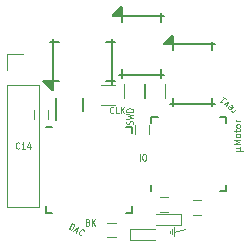
<source format=gto>
G04 #@! TF.FileFunction,Legend,Top*
%FSLAX46Y46*%
G04 Gerber Fmt 4.6, Leading zero omitted, Abs format (unit mm)*
G04 Created by KiCad (PCBNEW 4.0.6) date Mon Feb  5 06:37:18 2018*
%MOMM*%
%LPD*%
G01*
G04 APERTURE LIST*
%ADD10C,0.100000*%
%ADD11C,0.120000*%
%ADD12C,0.150000*%
G04 APERTURE END LIST*
D10*
X169032143Y-91746428D02*
X169582143Y-91746428D01*
X169320238Y-91484523D02*
X169372619Y-91458332D01*
X169398810Y-91405951D01*
X169320238Y-91746428D02*
X169372619Y-91720237D01*
X169398810Y-91667856D01*
X169398810Y-91563094D01*
X169372619Y-91510713D01*
X169320238Y-91484523D01*
X169032143Y-91484523D01*
X169398810Y-91170238D02*
X168848810Y-91170238D01*
X169241667Y-90986904D01*
X168848810Y-90803571D01*
X169398810Y-90803571D01*
X169398810Y-90463095D02*
X169372619Y-90515476D01*
X169346429Y-90541667D01*
X169294048Y-90567857D01*
X169136905Y-90567857D01*
X169084524Y-90541667D01*
X169058333Y-90515476D01*
X169032143Y-90463095D01*
X169032143Y-90384524D01*
X169058333Y-90332143D01*
X169084524Y-90305952D01*
X169136905Y-90279762D01*
X169294048Y-90279762D01*
X169346429Y-90305952D01*
X169372619Y-90332143D01*
X169398810Y-90384524D01*
X169398810Y-90463095D01*
X169032143Y-90122619D02*
X169032143Y-89913095D01*
X168848810Y-90044048D02*
X169320238Y-90044048D01*
X169372619Y-90017857D01*
X169398810Y-89965476D01*
X169398810Y-89913095D01*
X169398810Y-89651190D02*
X169372619Y-89703571D01*
X169346429Y-89729762D01*
X169294048Y-89755952D01*
X169136905Y-89755952D01*
X169084524Y-89729762D01*
X169058333Y-89703571D01*
X169032143Y-89651190D01*
X169032143Y-89572619D01*
X169058333Y-89520238D01*
X169084524Y-89494047D01*
X169136905Y-89467857D01*
X169294048Y-89467857D01*
X169346429Y-89494047D01*
X169372619Y-89520238D01*
X169398810Y-89572619D01*
X169398810Y-89651190D01*
X169398810Y-89232143D02*
X169032143Y-89232143D01*
X169136905Y-89232143D02*
X169084524Y-89205952D01*
X169058333Y-89179762D01*
X169032143Y-89127381D01*
X169032143Y-89075000D01*
X169003740Y-88201870D02*
X168744468Y-88461142D01*
X168818545Y-88387065D02*
X168762987Y-88405584D01*
X168725948Y-88405584D01*
X168670390Y-88387065D01*
X168633351Y-88350026D01*
X168596312Y-87831481D02*
X168651870Y-87850000D01*
X168725948Y-87924078D01*
X168744468Y-87979637D01*
X168725948Y-88035195D01*
X168577792Y-88183351D01*
X168522234Y-88201870D01*
X168466676Y-88183351D01*
X168392598Y-88109273D01*
X168374078Y-88053715D01*
X168392597Y-87998156D01*
X168429636Y-87961117D01*
X168651870Y-88109273D01*
X168207403Y-87924078D02*
X168374078Y-87572207D01*
X168022208Y-87738883D01*
X167929610Y-87127740D02*
X168151844Y-87349974D01*
X168040727Y-87238857D02*
X167651819Y-87627766D01*
X167744416Y-87609246D01*
X167818494Y-87609246D01*
X167874052Y-87627766D01*
X160272619Y-89478571D02*
X160298810Y-89407142D01*
X160298810Y-89288095D01*
X160272619Y-89240476D01*
X160246429Y-89216666D01*
X160194048Y-89192857D01*
X160141667Y-89192857D01*
X160089286Y-89216666D01*
X160063095Y-89240476D01*
X160036905Y-89288095D01*
X160010714Y-89383333D01*
X159984524Y-89430952D01*
X159958333Y-89454761D01*
X159905952Y-89478571D01*
X159853571Y-89478571D01*
X159801190Y-89454761D01*
X159775000Y-89430952D01*
X159748810Y-89383333D01*
X159748810Y-89264285D01*
X159775000Y-89192857D01*
X159748810Y-89026190D02*
X160298810Y-88907143D01*
X159905952Y-88811905D01*
X160298810Y-88716667D01*
X159748810Y-88597619D01*
X160298810Y-88407142D02*
X159748810Y-88407142D01*
X159748810Y-88288095D01*
X159775000Y-88216666D01*
X159827381Y-88169047D01*
X159879762Y-88145238D01*
X159984524Y-88121428D01*
X160063095Y-88121428D01*
X160167857Y-88145238D01*
X160220238Y-88169047D01*
X160272619Y-88216666D01*
X160298810Y-88288095D01*
X160298810Y-88407142D01*
X160888096Y-92548810D02*
X160888096Y-91998810D01*
X161221429Y-91998810D02*
X161316667Y-91998810D01*
X161364286Y-92025000D01*
X161411905Y-92077381D01*
X161435714Y-92182143D01*
X161435714Y-92365476D01*
X161411905Y-92470238D01*
X161364286Y-92522619D01*
X161316667Y-92548810D01*
X161221429Y-92548810D01*
X161173810Y-92522619D01*
X161126191Y-92470238D01*
X161102381Y-92365476D01*
X161102381Y-92182143D01*
X161126191Y-92077381D01*
X161173810Y-92025000D01*
X161221429Y-91998810D01*
X158652381Y-88496429D02*
X158628571Y-88522619D01*
X158557143Y-88548810D01*
X158509524Y-88548810D01*
X158438095Y-88522619D01*
X158390476Y-88470238D01*
X158366667Y-88417857D01*
X158342857Y-88313095D01*
X158342857Y-88234524D01*
X158366667Y-88129762D01*
X158390476Y-88077381D01*
X158438095Y-88025000D01*
X158509524Y-87998810D01*
X158557143Y-87998810D01*
X158628571Y-88025000D01*
X158652381Y-88051190D01*
X159104762Y-88548810D02*
X158866667Y-88548810D01*
X158866667Y-87998810D01*
X159271429Y-88548810D02*
X159271429Y-87998810D01*
X159557143Y-88548810D02*
X159342857Y-88234524D01*
X159557143Y-87998810D02*
X159271429Y-88313095D01*
X156485714Y-97760714D02*
X156557143Y-97786905D01*
X156580952Y-97813095D01*
X156604762Y-97865476D01*
X156604762Y-97944048D01*
X156580952Y-97996429D01*
X156557143Y-98022619D01*
X156509524Y-98048810D01*
X156319048Y-98048810D01*
X156319048Y-97498810D01*
X156485714Y-97498810D01*
X156533333Y-97525000D01*
X156557143Y-97551190D01*
X156580952Y-97603571D01*
X156580952Y-97655952D01*
X156557143Y-97708333D01*
X156533333Y-97734524D01*
X156485714Y-97760714D01*
X156319048Y-97760714D01*
X156819048Y-98048810D02*
X156819048Y-97498810D01*
X157104762Y-98048810D02*
X156890476Y-97734524D01*
X157104762Y-97498810D02*
X156819048Y-97813095D01*
X154860105Y-98317857D02*
X155135105Y-97841543D01*
X155238202Y-97901067D01*
X155286967Y-97959463D01*
X155302015Y-98028635D01*
X155296444Y-98085903D01*
X155264683Y-98188535D01*
X155225398Y-98256579D01*
X155152397Y-98335401D01*
X155105587Y-98368859D01*
X155038157Y-98390413D01*
X154963202Y-98377381D01*
X154860105Y-98317857D01*
X155351069Y-98419862D02*
X155557265Y-98538910D01*
X155231258Y-98532143D02*
X155650596Y-98139162D01*
X155519933Y-98698809D01*
X155937897Y-98879637D02*
X155904182Y-98890413D01*
X155829228Y-98877381D01*
X155787989Y-98853571D01*
X155739225Y-98795175D01*
X155724176Y-98726002D01*
X155729747Y-98668734D01*
X155761508Y-98566103D01*
X155800794Y-98498058D01*
X155873795Y-98419237D01*
X155920604Y-98385778D01*
X155988034Y-98364224D01*
X156062989Y-98377257D01*
X156104228Y-98401067D01*
X156152991Y-98459462D01*
X156160516Y-98494048D01*
X150678572Y-91496429D02*
X150654762Y-91522619D01*
X150583334Y-91548810D01*
X150535715Y-91548810D01*
X150464286Y-91522619D01*
X150416667Y-91470238D01*
X150392858Y-91417857D01*
X150369048Y-91313095D01*
X150369048Y-91234524D01*
X150392858Y-91129762D01*
X150416667Y-91077381D01*
X150464286Y-91025000D01*
X150535715Y-90998810D01*
X150583334Y-90998810D01*
X150654762Y-91025000D01*
X150678572Y-91051190D01*
X151154762Y-91548810D02*
X150869048Y-91548810D01*
X151011905Y-91548810D02*
X151011905Y-90998810D01*
X150964286Y-91077381D01*
X150916667Y-91129762D01*
X150869048Y-91155952D01*
X151583333Y-91182143D02*
X151583333Y-91548810D01*
X151464286Y-90972619D02*
X151345238Y-91365476D01*
X151654762Y-91365476D01*
X163800000Y-98600000D02*
X164700000Y-98300000D01*
X163400000Y-98474792D02*
X163400000Y-98674792D01*
X163600000Y-98374792D02*
X163600000Y-98774792D01*
X163800000Y-98174792D02*
X163800000Y-98974792D01*
D11*
X149610000Y-86190000D02*
X149610000Y-96470000D01*
X149610000Y-96470000D02*
X152390000Y-96470000D01*
X152390000Y-96470000D02*
X152390000Y-86190000D01*
X152390000Y-86190000D02*
X149610000Y-86190000D01*
X149610000Y-84920000D02*
X149610000Y-83530000D01*
X149610000Y-83530000D02*
X151000000Y-83530000D01*
X160436000Y-90278000D02*
X160436000Y-89578000D01*
X161636000Y-89578000D02*
X161636000Y-90278000D01*
X165385000Y-95920000D02*
X166085000Y-95920000D01*
X166085000Y-97120000D02*
X165385000Y-97120000D01*
X162603000Y-95666000D02*
X163303000Y-95666000D01*
X163303000Y-96866000D02*
X162603000Y-96866000D01*
X151927000Y-88996000D02*
X151927000Y-88296000D01*
X153127000Y-88296000D02*
X153127000Y-88996000D01*
X158846000Y-99025000D02*
X158146000Y-99025000D01*
X158146000Y-97825000D02*
X158846000Y-97825000D01*
X164330000Y-98036000D02*
X164330000Y-97036000D01*
X164330000Y-97036000D02*
X162230000Y-97036000D01*
X164330000Y-98036000D02*
X162230000Y-98036000D01*
X160079000Y-98306000D02*
X160079000Y-99306000D01*
X160079000Y-99306000D02*
X162179000Y-99306000D01*
X160079000Y-98306000D02*
X162179000Y-98306000D01*
D12*
X156065000Y-88368000D02*
X156065000Y-87218000D01*
X153815000Y-89143000D02*
X153815000Y-87218000D01*
X161871000Y-88865000D02*
X162396000Y-88865000D01*
X168171000Y-95165000D02*
X167646000Y-95165000D01*
X168171000Y-88865000D02*
X167646000Y-88865000D01*
X161871000Y-95165000D02*
X161871000Y-94640000D01*
X168171000Y-95165000D02*
X168171000Y-94640000D01*
X168171000Y-88865000D02*
X168171000Y-89390000D01*
X161871000Y-88865000D02*
X161871000Y-89390000D01*
X160207250Y-89711250D02*
X160207250Y-90236250D01*
X152957250Y-96961250D02*
X152957250Y-96436250D01*
X160207250Y-96961250D02*
X160207250Y-96436250D01*
X152957250Y-89711250D02*
X153482250Y-89711250D01*
X152957250Y-96961250D02*
X153482250Y-96961250D01*
X160207250Y-96961250D02*
X159682250Y-96961250D01*
X160207250Y-89711250D02*
X159682250Y-89711250D01*
X163449000Y-82677000D02*
X163703000Y-82423000D01*
X163195000Y-82677000D02*
X163703000Y-82169000D01*
X162941000Y-82677000D02*
X163703000Y-81915000D01*
X163704000Y-87217000D02*
X163704000Y-87967000D01*
X162954000Y-82717000D02*
X167254000Y-82717000D01*
X167004000Y-82467000D02*
X167004000Y-83217000D01*
X163454000Y-87717000D02*
X167254000Y-87717000D01*
X167004000Y-87217000D02*
X167004000Y-87967000D01*
X163704000Y-81967000D02*
X163704000Y-83217000D01*
X159131000Y-80251500D02*
X159385000Y-79997500D01*
X158877000Y-80251500D02*
X159385000Y-79743500D01*
X158623000Y-80251500D02*
X159385000Y-79489500D01*
X159386000Y-84791500D02*
X159386000Y-85541500D01*
X158636000Y-80291500D02*
X162936000Y-80291500D01*
X162686000Y-80041500D02*
X162686000Y-80791500D01*
X159136000Y-85291500D02*
X162936000Y-85291500D01*
X162686000Y-84791500D02*
X162686000Y-85541500D01*
X159386000Y-79541500D02*
X159386000Y-80791500D01*
X153472000Y-86048000D02*
X153218000Y-85794000D01*
X153472000Y-86302000D02*
X152964000Y-85794000D01*
X153472000Y-86556000D02*
X152710000Y-85794000D01*
X158012000Y-85793000D02*
X158762000Y-85793000D01*
X153512000Y-86543000D02*
X153512000Y-82243000D01*
X153262000Y-82493000D02*
X154012000Y-82493000D01*
X158512000Y-86043000D02*
X158512000Y-82243000D01*
X158012000Y-82493000D02*
X158762000Y-82493000D01*
X152762000Y-85793000D02*
X154012000Y-85793000D01*
D11*
X159521000Y-87280000D02*
X159521000Y-86080000D01*
X161281000Y-86080000D02*
X161281000Y-87280000D01*
X161299000Y-87280000D02*
X161299000Y-86080000D01*
X163059000Y-86080000D02*
X163059000Y-87280000D01*
X157576000Y-86120000D02*
X158776000Y-86120000D01*
X158776000Y-87880000D02*
X157576000Y-87880000D01*
M02*

</source>
